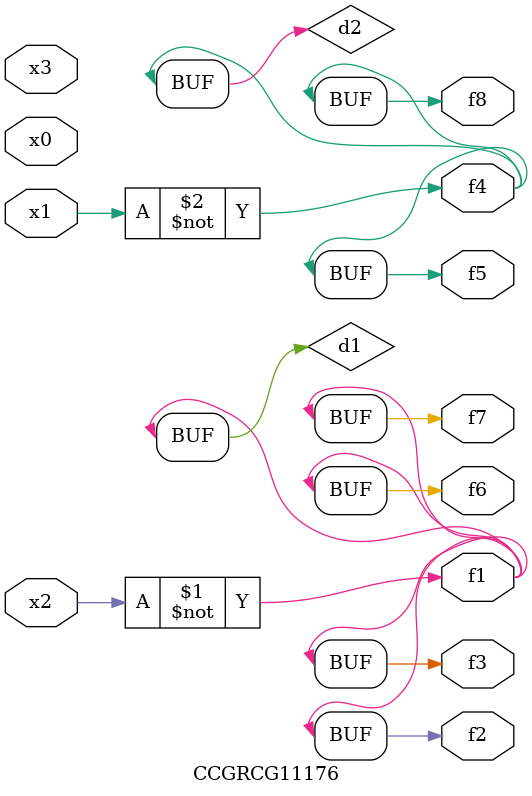
<source format=v>
module CCGRCG11176(
	input x0, x1, x2, x3,
	output f1, f2, f3, f4, f5, f6, f7, f8
);

	wire d1, d2;

	xnor (d1, x2);
	not (d2, x1);
	assign f1 = d1;
	assign f2 = d1;
	assign f3 = d1;
	assign f4 = d2;
	assign f5 = d2;
	assign f6 = d1;
	assign f7 = d1;
	assign f8 = d2;
endmodule

</source>
